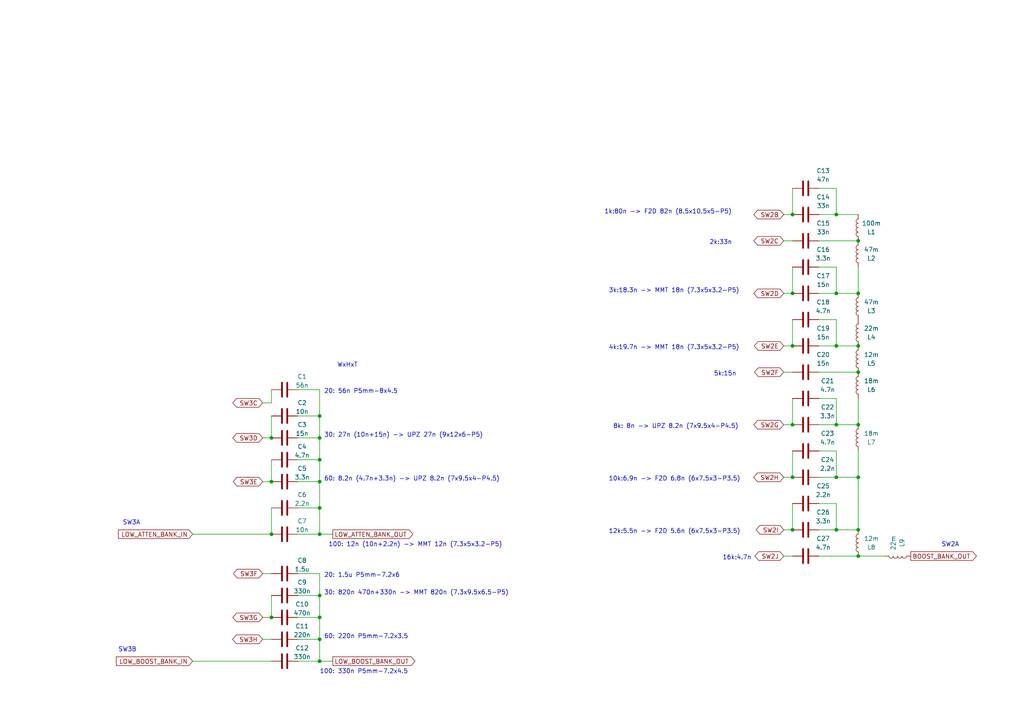
<source format=kicad_sch>
(kicad_sch (version 20211123) (generator eeschema)

  (uuid 64baba08-7b9f-467d-8166-c838fa327d38)

  (paper "A4")

  (title_block
    (title "PEQ")
    (date "2024-11-02")
    (rev "v1.1")
    (company "MST/mesotokyo")
    (comment 1 "https://meso.tokyo/")
  )

  (lib_symbols
    (symbol "Device:C" (pin_numbers hide) (pin_names (offset 0.254)) (in_bom yes) (on_board yes)
      (property "Reference" "C" (id 0) (at 0.635 2.54 0)
        (effects (font (size 1.27 1.27)) (justify left))
      )
      (property "Value" "C" (id 1) (at 0.635 -2.54 0)
        (effects (font (size 1.27 1.27)) (justify left))
      )
      (property "Footprint" "" (id 2) (at 0.9652 -3.81 0)
        (effects (font (size 1.27 1.27)) hide)
      )
      (property "Datasheet" "~" (id 3) (at 0 0 0)
        (effects (font (size 1.27 1.27)) hide)
      )
      (property "ki_keywords" "cap capacitor" (id 4) (at 0 0 0)
        (effects (font (size 1.27 1.27)) hide)
      )
      (property "ki_description" "Unpolarized capacitor" (id 5) (at 0 0 0)
        (effects (font (size 1.27 1.27)) hide)
      )
      (property "ki_fp_filters" "C_*" (id 6) (at 0 0 0)
        (effects (font (size 1.27 1.27)) hide)
      )
      (symbol "C_0_1"
        (polyline
          (pts
            (xy -2.032 -0.762)
            (xy 2.032 -0.762)
          )
          (stroke (width 0.508) (type default) (color 0 0 0 0))
          (fill (type none))
        )
        (polyline
          (pts
            (xy -2.032 0.762)
            (xy 2.032 0.762)
          )
          (stroke (width 0.508) (type default) (color 0 0 0 0))
          (fill (type none))
        )
      )
      (symbol "C_1_1"
        (pin passive line (at 0 3.81 270) (length 2.794)
          (name "~" (effects (font (size 1.27 1.27))))
          (number "1" (effects (font (size 1.27 1.27))))
        )
        (pin passive line (at 0 -3.81 90) (length 2.794)
          (name "~" (effects (font (size 1.27 1.27))))
          (number "2" (effects (font (size 1.27 1.27))))
        )
      )
    )
    (symbol "Device:L" (pin_numbers hide) (pin_names (offset 1.016) hide) (in_bom yes) (on_board yes)
      (property "Reference" "L" (id 0) (at -1.27 0 90)
        (effects (font (size 1.27 1.27)))
      )
      (property "Value" "L" (id 1) (at 1.905 0 90)
        (effects (font (size 1.27 1.27)))
      )
      (property "Footprint" "" (id 2) (at 0 0 0)
        (effects (font (size 1.27 1.27)) hide)
      )
      (property "Datasheet" "~" (id 3) (at 0 0 0)
        (effects (font (size 1.27 1.27)) hide)
      )
      (property "ki_keywords" "inductor choke coil reactor magnetic" (id 4) (at 0 0 0)
        (effects (font (size 1.27 1.27)) hide)
      )
      (property "ki_description" "Inductor" (id 5) (at 0 0 0)
        (effects (font (size 1.27 1.27)) hide)
      )
      (property "ki_fp_filters" "Choke_* *Coil* Inductor_* L_*" (id 6) (at 0 0 0)
        (effects (font (size 1.27 1.27)) hide)
      )
      (symbol "L_0_1"
        (arc (start 0 -2.54) (mid 0.635 -1.905) (end 0 -1.27)
          (stroke (width 0) (type default) (color 0 0 0 0))
          (fill (type none))
        )
        (arc (start 0 -1.27) (mid 0.635 -0.635) (end 0 0)
          (stroke (width 0) (type default) (color 0 0 0 0))
          (fill (type none))
        )
        (arc (start 0 0) (mid 0.635 0.635) (end 0 1.27)
          (stroke (width 0) (type default) (color 0 0 0 0))
          (fill (type none))
        )
        (arc (start 0 1.27) (mid 0.635 1.905) (end 0 2.54)
          (stroke (width 0) (type default) (color 0 0 0 0))
          (fill (type none))
        )
      )
      (symbol "L_1_1"
        (pin passive line (at 0 3.81 270) (length 1.27)
          (name "1" (effects (font (size 1.27 1.27))))
          (number "1" (effects (font (size 1.27 1.27))))
        )
        (pin passive line (at 0 -3.81 90) (length 1.27)
          (name "2" (effects (font (size 1.27 1.27))))
          (number "2" (effects (font (size 1.27 1.27))))
        )
      )
    )
  )

  (junction (at 92.71 185.42) (diameter 0) (color 0 0 0 0)
    (uuid 097f98fd-f392-4010-895c-ac304edbbaa2)
  )
  (junction (at 242.57 62.23) (diameter 0) (color 0 0 0 0)
    (uuid 0cfca0ec-aef0-44fa-b338-baca379ffe0f)
  )
  (junction (at 242.57 123.19) (diameter 0) (color 0 0 0 0)
    (uuid 100082e9-504a-47a9-a445-155b729dfd46)
  )
  (junction (at 248.92 85.09) (diameter 0) (color 0 0 0 0)
    (uuid 17ca7ac7-b7b1-4ec6-ab4a-c462510f92a9)
  )
  (junction (at 248.92 123.19) (diameter 0) (color 0 0 0 0)
    (uuid 1fe19387-437f-46e5-97cf-901f81049dc0)
  )
  (junction (at 242.57 85.09) (diameter 0) (color 0 0 0 0)
    (uuid 273a1ff9-33a1-48d6-a4f6-621e2598cf1d)
  )
  (junction (at 92.71 133.35) (diameter 0) (color 0 0 0 0)
    (uuid 2ba38379-59a8-4acd-9133-eaaa9d334c00)
  )
  (junction (at 248.92 100.33) (diameter 0) (color 0 0 0 0)
    (uuid 2bddf49e-1605-48f3-8c3e-3f2d3dffef2b)
  )
  (junction (at 248.92 153.67) (diameter 0) (color 0 0 0 0)
    (uuid 3576b22d-403d-4e96-b73c-4e700de04320)
  )
  (junction (at 229.87 153.67) (diameter 0) (color 0 0 0 0)
    (uuid 373cfac1-9fa3-464b-853c-bb98d35e2a60)
  )
  (junction (at 229.87 138.43) (diameter 0) (color 0 0 0 0)
    (uuid 3a76617c-f2e5-4933-8146-70fd3a707c04)
  )
  (junction (at 92.71 139.7) (diameter 0) (color 0 0 0 0)
    (uuid 3dc92f6c-3128-4428-9f7b-0d65aba80e6f)
  )
  (junction (at 92.71 127) (diameter 0) (color 0 0 0 0)
    (uuid 453e5d23-1129-4380-8a1c-d0e0858cb76c)
  )
  (junction (at 242.57 153.67) (diameter 0) (color 0 0 0 0)
    (uuid 519ae90a-433c-4fa9-b16f-53c3b9786906)
  )
  (junction (at 248.92 138.43) (diameter 0) (color 0 0 0 0)
    (uuid 556cfb0a-1856-498e-9701-2500baebbcd2)
  )
  (junction (at 248.92 69.85) (diameter 0) (color 0 0 0 0)
    (uuid 5588f8d7-74d7-4ad7-8800-41a49c0bd6ad)
  )
  (junction (at 242.57 138.43) (diameter 0) (color 0 0 0 0)
    (uuid 59819a48-c54c-41a2-a4d5-02bab7e2114f)
  )
  (junction (at 229.87 62.23) (diameter 0) (color 0 0 0 0)
    (uuid 5f940d98-06be-4f70-946b-ef1b6d12d50c)
  )
  (junction (at 242.57 100.33) (diameter 0) (color 0 0 0 0)
    (uuid 6adc4202-6d06-496a-a3b0-6ba84828d571)
  )
  (junction (at 92.71 172.72) (diameter 0) (color 0 0 0 0)
    (uuid 71b2ea4c-6ea7-4ffd-8c83-46cf683086de)
  )
  (junction (at 248.92 107.95) (diameter 0) (color 0 0 0 0)
    (uuid 75db8832-b75c-4ea5-a341-8dad92d4b36e)
  )
  (junction (at 92.71 191.77) (diameter 0) (color 0 0 0 0)
    (uuid 79418c18-ee78-4277-ad14-91d338a18edd)
  )
  (junction (at 229.87 85.09) (diameter 0) (color 0 0 0 0)
    (uuid 7cac6c43-3362-4dfa-8956-089a6814d00c)
  )
  (junction (at 229.87 123.19) (diameter 0) (color 0 0 0 0)
    (uuid 828c196a-b0b1-4075-bc4d-30e21e4a474f)
  )
  (junction (at 78.74 179.07) (diameter 0) (color 0 0 0 0)
    (uuid 92fd03c9-5f07-463a-bda1-03effb7f8d0b)
  )
  (junction (at 78.74 139.7) (diameter 0) (color 0 0 0 0)
    (uuid 93d4349a-7515-4228-88f7-21ba36e4031f)
  )
  (junction (at 92.71 154.94) (diameter 0) (color 0 0 0 0)
    (uuid a6ed8e4b-0f6e-468a-bed3-ac079a78c264)
  )
  (junction (at 92.71 120.65) (diameter 0) (color 0 0 0 0)
    (uuid ae43a6a2-5ca8-41dd-ad76-1a3d99503a82)
  )
  (junction (at 78.74 127) (diameter 0) (color 0 0 0 0)
    (uuid b37efaac-e914-4607-84d1-89b718b8877e)
  )
  (junction (at 78.74 154.94) (diameter 0) (color 0 0 0 0)
    (uuid c2752fea-2d17-4ad6-b5ba-2b72b5104c12)
  )
  (junction (at 248.92 161.29) (diameter 0) (color 0 0 0 0)
    (uuid cc023f63-b7a7-4d83-9ef5-69c8054df856)
  )
  (junction (at 92.71 147.32) (diameter 0) (color 0 0 0 0)
    (uuid cd08a9c3-bb5d-47d7-a22a-175d28d5045d)
  )
  (junction (at 229.87 100.33) (diameter 0) (color 0 0 0 0)
    (uuid d52b0ffe-4df9-41f5-8aa7-bf8b45d58dbe)
  )
  (junction (at 92.71 179.07) (diameter 0) (color 0 0 0 0)
    (uuid fef86a3e-28ea-43cb-8b26-5fc52387c540)
  )

  (wire (pts (xy 92.71 113.03) (xy 92.71 120.65))
    (stroke (width 0) (type default) (color 0 0 0 0))
    (uuid 01fbb590-033a-4f17-9881-e505b3228a0d)
  )
  (wire (pts (xy 92.71 191.77) (xy 96.52 191.77))
    (stroke (width 0) (type default) (color 0 0 0 0))
    (uuid 03f95c93-aacd-48ee-b41c-014a18e811b3)
  )
  (wire (pts (xy 237.49 138.43) (xy 242.57 138.43))
    (stroke (width 0) (type default) (color 0 0 0 0))
    (uuid 04dc170c-a4f7-4571-bb34-0c73bb1cd10d)
  )
  (wire (pts (xy 76.2 185.42) (xy 78.74 185.42))
    (stroke (width 0) (type default) (color 0 0 0 0))
    (uuid 076773ce-87ab-4d4d-b0b6-7aed968f291c)
  )
  (wire (pts (xy 78.74 133.35) (xy 78.74 139.7))
    (stroke (width 0) (type default) (color 0 0 0 0))
    (uuid 08d55220-4b48-4052-8a8d-d340e9a0f511)
  )
  (wire (pts (xy 237.49 85.09) (xy 242.57 85.09))
    (stroke (width 0) (type default) (color 0 0 0 0))
    (uuid 0ba3df6d-fb8c-488b-b403-29a1b0dbfd3d)
  )
  (wire (pts (xy 237.49 54.61) (xy 242.57 54.61))
    (stroke (width 0) (type default) (color 0 0 0 0))
    (uuid 101de520-722b-4e71-b8bc-01593964c7b1)
  )
  (wire (pts (xy 248.92 77.47) (xy 248.92 85.09))
    (stroke (width 0) (type default) (color 0 0 0 0))
    (uuid 1161b206-50a0-4c1f-9b29-6b76855bf8ec)
  )
  (wire (pts (xy 55.88 191.77) (xy 78.74 191.77))
    (stroke (width 0) (type default) (color 0 0 0 0))
    (uuid 141f7f64-d2ce-49d1-9b08-3171e96e0fbc)
  )
  (wire (pts (xy 86.36 191.77) (xy 92.71 191.77))
    (stroke (width 0) (type default) (color 0 0 0 0))
    (uuid 1553eecd-7570-484e-905a-581777350840)
  )
  (wire (pts (xy 227.33 153.67) (xy 229.87 153.67))
    (stroke (width 0) (type default) (color 0 0 0 0))
    (uuid 17e977ef-eea1-4d39-a1ce-194e7997004f)
  )
  (wire (pts (xy 242.57 92.71) (xy 242.57 100.33))
    (stroke (width 0) (type default) (color 0 0 0 0))
    (uuid 1cae16c8-4f62-4236-9b34-03be11a33767)
  )
  (wire (pts (xy 242.57 54.61) (xy 242.57 62.23))
    (stroke (width 0) (type default) (color 0 0 0 0))
    (uuid 1cef4870-f6f2-4824-9fc7-2bf90778cf20)
  )
  (wire (pts (xy 229.87 130.81) (xy 229.87 138.43))
    (stroke (width 0) (type default) (color 0 0 0 0))
    (uuid 1fa41081-211a-48df-a398-64c59d4ad5fc)
  )
  (wire (pts (xy 76.2 139.7) (xy 78.74 139.7))
    (stroke (width 0) (type default) (color 0 0 0 0))
    (uuid 22953101-a253-446a-a1cd-0370624dffd9)
  )
  (wire (pts (xy 86.36 147.32) (xy 92.71 147.32))
    (stroke (width 0) (type default) (color 0 0 0 0))
    (uuid 23965c99-89da-4334-95c8-c8626ea57ae7)
  )
  (wire (pts (xy 86.36 154.94) (xy 92.71 154.94))
    (stroke (width 0) (type default) (color 0 0 0 0))
    (uuid 262ba427-50c3-4b93-a274-a901bb422025)
  )
  (wire (pts (xy 92.71 154.94) (xy 96.52 154.94))
    (stroke (width 0) (type default) (color 0 0 0 0))
    (uuid 287c94a4-b6eb-4eb2-a344-b8e20989b8fd)
  )
  (wire (pts (xy 76.2 179.07) (xy 78.74 179.07))
    (stroke (width 0) (type default) (color 0 0 0 0))
    (uuid 2bc42cd2-1b97-49d4-9f4a-d92d9cf01170)
  )
  (wire (pts (xy 237.49 69.85) (xy 248.92 69.85))
    (stroke (width 0) (type default) (color 0 0 0 0))
    (uuid 3257ae1d-e8ad-45d1-ab33-4d60b902d4a5)
  )
  (wire (pts (xy 242.57 100.33) (xy 248.92 100.33))
    (stroke (width 0) (type default) (color 0 0 0 0))
    (uuid 36b17669-b77d-4e62-b6a2-ee82a3134542)
  )
  (wire (pts (xy 227.33 161.29) (xy 229.87 161.29))
    (stroke (width 0) (type default) (color 0 0 0 0))
    (uuid 3c970422-bbb2-49b6-a387-3e8acb4900c1)
  )
  (wire (pts (xy 76.2 127) (xy 78.74 127))
    (stroke (width 0) (type default) (color 0 0 0 0))
    (uuid 3d94876d-ef51-423e-a77f-f6b172c2e0d7)
  )
  (wire (pts (xy 78.74 113.03) (xy 78.74 116.84))
    (stroke (width 0) (type default) (color 0 0 0 0))
    (uuid 3d980cfb-bef8-4149-945a-466657a16d3c)
  )
  (wire (pts (xy 248.92 161.29) (xy 256.54 161.29))
    (stroke (width 0) (type default) (color 0 0 0 0))
    (uuid 3db4aa98-da39-427f-ab7b-130ba93e2bb5)
  )
  (wire (pts (xy 237.49 130.81) (xy 242.57 130.81))
    (stroke (width 0) (type default) (color 0 0 0 0))
    (uuid 3e7e1e21-9144-42ed-8988-c9b30d78653b)
  )
  (wire (pts (xy 86.36 172.72) (xy 92.71 172.72))
    (stroke (width 0) (type default) (color 0 0 0 0))
    (uuid 3fe514ee-8abf-4724-aad7-1006e3cb0a9a)
  )
  (wire (pts (xy 229.87 54.61) (xy 229.87 62.23))
    (stroke (width 0) (type default) (color 0 0 0 0))
    (uuid 4735b981-0c9f-4f1a-9658-db2bd4e77583)
  )
  (wire (pts (xy 242.57 123.19) (xy 248.92 123.19))
    (stroke (width 0) (type default) (color 0 0 0 0))
    (uuid 4ea442e6-d36c-4cce-9b6a-2b2c15ee5953)
  )
  (wire (pts (xy 242.57 130.81) (xy 242.57 138.43))
    (stroke (width 0) (type default) (color 0 0 0 0))
    (uuid 4efc30fe-e981-40a9-b803-04de72297aa3)
  )
  (wire (pts (xy 242.57 138.43) (xy 248.92 138.43))
    (stroke (width 0) (type default) (color 0 0 0 0))
    (uuid 54415ba2-361d-4403-ae5b-dd1df227141c)
  )
  (wire (pts (xy 229.87 146.05) (xy 229.87 153.67))
    (stroke (width 0) (type default) (color 0 0 0 0))
    (uuid 5666cf74-0dab-4fb2-aa89-8ee63bbce3f5)
  )
  (wire (pts (xy 86.36 113.03) (xy 92.71 113.03))
    (stroke (width 0) (type default) (color 0 0 0 0))
    (uuid 5bbd067b-61a3-48ca-89ed-727fe9e77e53)
  )
  (wire (pts (xy 92.71 127) (xy 92.71 133.35))
    (stroke (width 0) (type default) (color 0 0 0 0))
    (uuid 64cb3c7b-66b2-4e73-b158-ccb1bd61efb8)
  )
  (wire (pts (xy 237.49 146.05) (xy 242.57 146.05))
    (stroke (width 0) (type default) (color 0 0 0 0))
    (uuid 6782d592-ff21-4c7d-9810-df920245db44)
  )
  (wire (pts (xy 227.33 85.09) (xy 229.87 85.09))
    (stroke (width 0) (type default) (color 0 0 0 0))
    (uuid 6c2beda2-c62f-4b6a-9cde-db53882b9b7b)
  )
  (wire (pts (xy 242.57 77.47) (xy 242.57 85.09))
    (stroke (width 0) (type default) (color 0 0 0 0))
    (uuid 6c3175d5-98fa-4303-99d6-7e2f073a0cea)
  )
  (wire (pts (xy 237.49 123.19) (xy 242.57 123.19))
    (stroke (width 0) (type default) (color 0 0 0 0))
    (uuid 72c26649-9535-4c98-bb92-c6854907ed7c)
  )
  (wire (pts (xy 86.36 133.35) (xy 92.71 133.35))
    (stroke (width 0) (type default) (color 0 0 0 0))
    (uuid 7cd9d7af-7ace-4a4b-8c41-f61dea8f552e)
  )
  (wire (pts (xy 229.87 92.71) (xy 229.87 100.33))
    (stroke (width 0) (type default) (color 0 0 0 0))
    (uuid 7db00b90-dbb2-410f-b0fc-9b5938bc9db4)
  )
  (wire (pts (xy 248.92 130.81) (xy 248.92 138.43))
    (stroke (width 0) (type default) (color 0 0 0 0))
    (uuid 7eec6bbb-a18e-4ac0-909f-353da40bf015)
  )
  (wire (pts (xy 229.87 77.47) (xy 229.87 85.09))
    (stroke (width 0) (type default) (color 0 0 0 0))
    (uuid 893204bb-f59a-4c93-be04-bd6e8c8c257f)
  )
  (wire (pts (xy 237.49 153.67) (xy 242.57 153.67))
    (stroke (width 0) (type default) (color 0 0 0 0))
    (uuid 8cd8bc51-eb50-4e07-be0d-95605f4c2588)
  )
  (wire (pts (xy 227.33 62.23) (xy 229.87 62.23))
    (stroke (width 0) (type default) (color 0 0 0 0))
    (uuid 902a5609-6050-4f0c-aaa9-6a5d1010704e)
  )
  (wire (pts (xy 76.2 116.84) (xy 78.74 116.84))
    (stroke (width 0) (type default) (color 0 0 0 0))
    (uuid 91f18e7b-b540-4579-9f63-50c08df1be16)
  )
  (wire (pts (xy 86.36 179.07) (xy 92.71 179.07))
    (stroke (width 0) (type default) (color 0 0 0 0))
    (uuid 959b9c8c-2d4d-4f6b-8b02-fe3b7742a185)
  )
  (wire (pts (xy 227.33 100.33) (xy 229.87 100.33))
    (stroke (width 0) (type default) (color 0 0 0 0))
    (uuid 9b6c27b4-88de-4eeb-9dae-664ab83265ca)
  )
  (wire (pts (xy 237.49 77.47) (xy 242.57 77.47))
    (stroke (width 0) (type default) (color 0 0 0 0))
    (uuid 9bbcec7b-1587-4c2a-9f8e-5771cfbec8e9)
  )
  (wire (pts (xy 237.49 115.57) (xy 242.57 115.57))
    (stroke (width 0) (type default) (color 0 0 0 0))
    (uuid 9d4d71f5-1ece-4efc-b47c-2f62c5d48725)
  )
  (wire (pts (xy 242.57 153.67) (xy 248.92 153.67))
    (stroke (width 0) (type default) (color 0 0 0 0))
    (uuid a0bdcbfe-db43-4dda-85a1-04d0efe507fd)
  )
  (wire (pts (xy 78.74 172.72) (xy 78.74 179.07))
    (stroke (width 0) (type default) (color 0 0 0 0))
    (uuid a2cb2096-5e31-43d3-bc68-beb14bccd297)
  )
  (wire (pts (xy 242.57 85.09) (xy 248.92 85.09))
    (stroke (width 0) (type default) (color 0 0 0 0))
    (uuid a6a2e5b2-1732-46ef-a3c5-72ab62ed479a)
  )
  (wire (pts (xy 86.36 120.65) (xy 92.71 120.65))
    (stroke (width 0) (type default) (color 0 0 0 0))
    (uuid ac4fce89-8ccb-4b6c-905f-0b3fd37f9892)
  )
  (wire (pts (xy 92.71 166.37) (xy 92.71 172.72))
    (stroke (width 0) (type default) (color 0 0 0 0))
    (uuid af3e33b5-29c1-444b-94a9-da088d05450b)
  )
  (wire (pts (xy 78.74 147.32) (xy 78.74 154.94))
    (stroke (width 0) (type default) (color 0 0 0 0))
    (uuid b24370b8-c487-4447-a22b-a535ae901a0d)
  )
  (wire (pts (xy 86.36 185.42) (xy 92.71 185.42))
    (stroke (width 0) (type default) (color 0 0 0 0))
    (uuid b698efcd-d310-44b7-a03c-9754996c414d)
  )
  (wire (pts (xy 92.71 179.07) (xy 92.71 185.42))
    (stroke (width 0) (type default) (color 0 0 0 0))
    (uuid b8faf214-0b2b-446b-89b1-218505262410)
  )
  (wire (pts (xy 92.71 139.7) (xy 92.71 147.32))
    (stroke (width 0) (type default) (color 0 0 0 0))
    (uuid bcb06b21-db9c-4066-a269-aca0ddb80d94)
  )
  (wire (pts (xy 227.33 123.19) (xy 229.87 123.19))
    (stroke (width 0) (type default) (color 0 0 0 0))
    (uuid bddaa571-aeaf-4f47-8d18-4721fdb875c5)
  )
  (wire (pts (xy 227.33 138.43) (xy 229.87 138.43))
    (stroke (width 0) (type default) (color 0 0 0 0))
    (uuid be83a708-905b-4d6f-98de-d13377cb56e2)
  )
  (wire (pts (xy 237.49 100.33) (xy 242.57 100.33))
    (stroke (width 0) (type default) (color 0 0 0 0))
    (uuid c0444171-2cfa-4764-9c77-2f5e1aa80f0f)
  )
  (wire (pts (xy 92.71 120.65) (xy 92.71 127))
    (stroke (width 0) (type default) (color 0 0 0 0))
    (uuid c171f4a9-1da7-4eac-a839-85e54d3afc0a)
  )
  (wire (pts (xy 248.92 115.57) (xy 248.92 123.19))
    (stroke (width 0) (type default) (color 0 0 0 0))
    (uuid c2fde2ec-610c-4104-9907-f33904641d88)
  )
  (wire (pts (xy 76.2 166.37) (xy 78.74 166.37))
    (stroke (width 0) (type default) (color 0 0 0 0))
    (uuid c8357971-d99f-40a0-9819-b2c50dd3dbd8)
  )
  (wire (pts (xy 242.57 115.57) (xy 242.57 123.19))
    (stroke (width 0) (type default) (color 0 0 0 0))
    (uuid d42e3c8d-4aa4-4f5d-ad67-a04ee0acb318)
  )
  (wire (pts (xy 92.71 172.72) (xy 92.71 179.07))
    (stroke (width 0) (type default) (color 0 0 0 0))
    (uuid d47fa031-8db5-462a-9a8c-53aa10fe1d24)
  )
  (wire (pts (xy 242.57 146.05) (xy 242.57 153.67))
    (stroke (width 0) (type default) (color 0 0 0 0))
    (uuid d86b0901-9f83-4e3a-91d8-0df067cc1c6d)
  )
  (wire (pts (xy 237.49 62.23) (xy 242.57 62.23))
    (stroke (width 0) (type default) (color 0 0 0 0))
    (uuid ddce7047-877a-47e0-beae-0f1788d04668)
  )
  (wire (pts (xy 78.74 120.65) (xy 78.74 127))
    (stroke (width 0) (type default) (color 0 0 0 0))
    (uuid dfc8eccd-6add-4710-a9a3-ec2bf56b1ffa)
  )
  (wire (pts (xy 86.36 166.37) (xy 92.71 166.37))
    (stroke (width 0) (type default) (color 0 0 0 0))
    (uuid e05411b6-48de-4a6c-bf5e-bdebc34660f5)
  )
  (wire (pts (xy 227.33 69.85) (xy 229.87 69.85))
    (stroke (width 0) (type default) (color 0 0 0 0))
    (uuid e43697a5-e930-46a8-81da-1b11900c9841)
  )
  (wire (pts (xy 242.57 62.23) (xy 248.92 62.23))
    (stroke (width 0) (type default) (color 0 0 0 0))
    (uuid e7fb5e7d-b2f5-43bc-ad34-150fa73ea931)
  )
  (wire (pts (xy 55.88 154.94) (xy 78.74 154.94))
    (stroke (width 0) (type default) (color 0 0 0 0))
    (uuid eb9dc41d-fb59-431c-834a-081845f00253)
  )
  (wire (pts (xy 237.49 92.71) (xy 242.57 92.71))
    (stroke (width 0) (type default) (color 0 0 0 0))
    (uuid ecacf750-8208-4751-ba50-4c40d8d92a23)
  )
  (wire (pts (xy 237.49 161.29) (xy 248.92 161.29))
    (stroke (width 0) (type default) (color 0 0 0 0))
    (uuid ef9f5ae7-b7dd-4f62-8922-00d727a15519)
  )
  (wire (pts (xy 237.49 107.95) (xy 248.92 107.95))
    (stroke (width 0) (type default) (color 0 0 0 0))
    (uuid f339f5c0-d545-44a5-b30b-1d7e7fed68e3)
  )
  (wire (pts (xy 92.71 133.35) (xy 92.71 139.7))
    (stroke (width 0) (type default) (color 0 0 0 0))
    (uuid f4191b67-bcaa-4936-9502-d4bf78c94754)
  )
  (wire (pts (xy 86.36 139.7) (xy 92.71 139.7))
    (stroke (width 0) (type default) (color 0 0 0 0))
    (uuid f5b38b82-ce2c-472b-afc8-6e5a47518a6f)
  )
  (wire (pts (xy 92.71 185.42) (xy 92.71 191.77))
    (stroke (width 0) (type default) (color 0 0 0 0))
    (uuid f8a9ef1a-daa4-44fb-a18f-57bbe0e02c11)
  )
  (wire (pts (xy 86.36 127) (xy 92.71 127))
    (stroke (width 0) (type default) (color 0 0 0 0))
    (uuid f9b480ce-1009-4a7a-a163-1aba239f8e3b)
  )
  (wire (pts (xy 229.87 115.57) (xy 229.87 123.19))
    (stroke (width 0) (type default) (color 0 0 0 0))
    (uuid fb421d6e-26c2-408c-9ac6-aec83f462bda)
  )
  (wire (pts (xy 92.71 147.32) (xy 92.71 154.94))
    (stroke (width 0) (type default) (color 0 0 0 0))
    (uuid fb89848b-04e3-4514-a5f1-ed2ddcf0339c)
  )
  (wire (pts (xy 227.33 107.95) (xy 229.87 107.95))
    (stroke (width 0) (type default) (color 0 0 0 0))
    (uuid fd1edb2e-d160-45b6-a728-dc481235afd1)
  )
  (wire (pts (xy 248.92 138.43) (xy 248.92 153.67))
    (stroke (width 0) (type default) (color 0 0 0 0))
    (uuid fec8821e-42c8-44f9-904b-d4d5d791deca)
  )

  (text "30: 820n 470n+330n -> MMT 820n (7.3x9.5x6.5-P5)" (at 93.98 172.72 0)
    (effects (font (size 1.27 1.27)) (justify left bottom))
    (uuid 10d30826-6ee1-4154-b73d-cf66b213d1cd)
  )
  (text "SW2A" (at 273.05 158.75 0)
    (effects (font (size 1.27 1.27)) (justify left bottom))
    (uuid 15fc0981-095a-4239-97e7-699c9fd30b04)
  )
  (text "SW3A" (at 35.56 152.4 0)
    (effects (font (size 1.27 1.27)) (justify left bottom))
    (uuid 1c8a6b1f-b585-41a4-9c21-f2cd3b447552)
  )
  (text "60: 220n P5mm-7.2x3.5" (at 93.98 185.42 0)
    (effects (font (size 1.27 1.27)) (justify left bottom))
    (uuid 2a3156c2-18b7-44cf-b3cd-074263e42e9c)
  )
  (text "SW3B" (at 34.29 189.23 0)
    (effects (font (size 1.27 1.27)) (justify left bottom))
    (uuid 2c2e1eb8-f3e3-45ad-9439-3416b4670370)
  )
  (text "5k:15n" (at 207.01 109.22 0)
    (effects (font (size 1.27 1.27)) (justify left bottom))
    (uuid 3af30ca9-66ae-4598-96eb-34a0fe215ee0)
  )
  (text "100: 12n (10n+2.2n) -> MMT 12n (7.3x5x3.2-P5)" (at 95.25 158.75 0)
    (effects (font (size 1.27 1.27)) (justify left bottom))
    (uuid 48c84807-7e49-41d0-af1b-48f834812dc6)
  )
  (text "10k:6.9n -> F2D 6.8n (6x7.5x3-P3.5)" (at 176.53 139.7 0)
    (effects (font (size 1.27 1.27)) (justify left bottom))
    (uuid 4ca54728-dec6-4bdf-a302-2e185874be0a)
  )
  (text "100: 330n P5mm-7.2x4.5" (at 92.71 195.58 0)
    (effects (font (size 1.27 1.27)) (justify left bottom))
    (uuid 515084f1-6d6f-4dd3-a905-74c32c5316f9)
  )
  (text "4k:19.7n -> MMT 18n (7.3x5x3.2-P5)" (at 176.53 101.6 0)
    (effects (font (size 1.27 1.27)) (justify left bottom))
    (uuid 6be042b0-9f3d-4a83-8cf4-cd0f2fef0af0)
  )
  (text "WxHxT" (at 97.79 106.68 0)
    (effects (font (size 1.27 1.27)) (justify left bottom))
    (uuid 84ac3d6b-43ed-4f82-88af-643be23d2e84)
  )
  (text "60: 8.2n (4.7n+3.3n) -> UPZ 8.2n (7x9.5x4-P4.5)" (at 93.98 139.7 0)
    (effects (font (size 1.27 1.27)) (justify left bottom))
    (uuid 887e15ef-058a-4494-96a8-7d58768ad8d5)
  )
  (text "2k:33n" (at 205.74 71.12 0)
    (effects (font (size 1.27 1.27)) (justify left bottom))
    (uuid 8b58c599-8418-42f3-9823-2c488d20798c)
  )
  (text "20: 1.5u P5mm-7.2x6" (at 93.98 167.64 0)
    (effects (font (size 1.27 1.27)) (justify left bottom))
    (uuid a10dd8a9-2e97-4794-91cb-c0664dac1ff4)
  )
  (text "8k: 8n -> UPZ 8.2n (7x9.5x4-P4.5)" (at 177.8 124.46 0)
    (effects (font (size 1.27 1.27)) (justify left bottom))
    (uuid b70b664e-e29a-44d2-b912-c12f628d891f)
  )
  (text "1k:80n -> F2D 82n (8.5x10.5x5-P5)" (at 175.26 62.23 0)
    (effects (font (size 1.27 1.27)) (justify left bottom))
    (uuid be6d26e7-69b6-4a25-9db6-ef3f4ec03b2a)
  )
  (text "20: 56n P5mm-8x4.5" (at 93.98 114.3 0)
    (effects (font (size 1.27 1.27)) (justify left bottom))
    (uuid c9c13e32-0910-4f7b-acee-a86ab49322bb)
  )
  (text "30: 27n (10n+15n) -> UPZ 27n (9x12x6-P5)" (at 93.98 127 0)
    (effects (font (size 1.27 1.27)) (justify left bottom))
    (uuid d3bcc829-a863-457e-b877-9b40e63383eb)
  )
  (text "16k:4.7n" (at 209.55 162.56 0)
    (effects (font (size 1.27 1.27)) (justify left bottom))
    (uuid e40e0283-d42b-42a2-8ac8-760d9c759bca)
  )
  (text "3k:18.3n -> MMT 18n (7.3x5x3.2-P5)" (at 176.53 85.09 0)
    (effects (font (size 1.27 1.27)) (justify left bottom))
    (uuid ebfb1c9a-5466-40e0-8134-b30ff0c0d1fb)
  )
  (text "12k:5.5n -> F2D 5.6n (6x7.5x3-P3.5)" (at 176.53 154.94 0)
    (effects (font (size 1.27 1.27)) (justify left bottom))
    (uuid f0761c84-e3e6-4fd5-bb8c-d64e86e00849)
  )

  (global_label "SW3D" (shape bidirectional) (at 76.2 127 180) (fields_autoplaced)
    (effects (font (size 1.27 1.27)) (justify right))
    (uuid 115a0053-6852-46f9-ac84-f67581a3d143)
    (property "Intersheet References" "${INTERSHEET_REFS}" (id 0) (at 68.6464 126.9206 0)
      (effects (font (size 1.27 1.27)) (justify right) hide)
    )
  )
  (global_label "LOW_BOOST_BANK_IN" (shape input) (at 55.88 191.77 180) (fields_autoplaced)
    (effects (font (size 1.27 1.27)) (justify right))
    (uuid 1c471e70-3e80-45bd-9d06-180d5ac22efe)
    (property "Intersheet References" "${INTERSHEET_REFS}" (id 0) (at 33.7517 191.8494 0)
      (effects (font (size 1.27 1.27)) (justify right) hide)
    )
  )
  (global_label "SW3F" (shape bidirectional) (at 76.2 166.37 180) (fields_autoplaced)
    (effects (font (size 1.27 1.27)) (justify right))
    (uuid 204ed40e-1fda-4a3b-bfc3-3c506b8ba36a)
    (property "Intersheet References" "${INTERSHEET_REFS}" (id 0) (at 68.8279 166.2906 0)
      (effects (font (size 1.27 1.27)) (justify right) hide)
    )
  )
  (global_label "SW2F" (shape bidirectional) (at 227.33 107.95 180) (fields_autoplaced)
    (effects (font (size 1.27 1.27)) (justify right))
    (uuid 35c12a73-7398-4cc2-b061-1350c4631f98)
    (property "Intersheet References" "${INTERSHEET_REFS}" (id 0) (at 219.9579 107.8706 0)
      (effects (font (size 1.27 1.27)) (justify right) hide)
    )
  )
  (global_label "SW2B" (shape bidirectional) (at 227.33 62.23 180) (fields_autoplaced)
    (effects (font (size 1.27 1.27)) (justify right))
    (uuid 437fccd7-65ad-4e15-8050-17f7963f4734)
    (property "Intersheet References" "${INTERSHEET_REFS}" (id 0) (at 219.7764 62.1506 0)
      (effects (font (size 1.27 1.27)) (justify right) hide)
    )
  )
  (global_label "SW2J" (shape bidirectional) (at 227.33 161.29 180) (fields_autoplaced)
    (effects (font (size 1.27 1.27)) (justify right))
    (uuid 5c4a1d10-7b4b-4880-b015-29dc2d3447f9)
    (property "Intersheet References" "${INTERSHEET_REFS}" (id 0) (at 220.0788 161.2106 0)
      (effects (font (size 1.27 1.27)) (justify right) hide)
    )
  )
  (global_label "SW3H" (shape bidirectional) (at 76.2 185.42 180) (fields_autoplaced)
    (effects (font (size 1.27 1.27)) (justify right))
    (uuid 7d572aee-918a-40ab-8938-840c448e64d2)
    (property "Intersheet References" "${INTERSHEET_REFS}" (id 0) (at 68.5859 185.3406 0)
      (effects (font (size 1.27 1.27)) (justify right) hide)
    )
  )
  (global_label "SW2H" (shape bidirectional) (at 227.33 138.43 180) (fields_autoplaced)
    (effects (font (size 1.27 1.27)) (justify right))
    (uuid 8b868ef3-2dbe-412d-9a9a-1c699ce0d506)
    (property "Intersheet References" "${INTERSHEET_REFS}" (id 0) (at 219.7159 138.3506 0)
      (effects (font (size 1.27 1.27)) (justify right) hide)
    )
  )
  (global_label "BOOST_BANK_OUT" (shape output) (at 264.16 161.29 0) (fields_autoplaced)
    (effects (font (size 1.27 1.27)) (justify left))
    (uuid 9dde9c2e-83f5-45d1-9c5d-e1690315b74c)
    (property "Intersheet References" "${INTERSHEET_REFS}" (id 0) (at 283.2041 161.3694 0)
      (effects (font (size 1.27 1.27)) (justify left) hide)
    )
  )
  (global_label "SW2I" (shape bidirectional) (at 227.33 153.67 180) (fields_autoplaced)
    (effects (font (size 1.27 1.27)) (justify right))
    (uuid 9f208115-3eaa-4a10-a3a3-9023ca5e90d9)
    (property "Intersheet References" "${INTERSHEET_REFS}" (id 0) (at 220.4417 153.5906 0)
      (effects (font (size 1.27 1.27)) (justify right) hide)
    )
  )
  (global_label "LOW_ATTEN_BANK_OUT" (shape output) (at 96.52 154.94 0) (fields_autoplaced)
    (effects (font (size 1.27 1.27)) (justify left))
    (uuid a47df079-0da1-496b-9612-393542965eef)
    (property "Intersheet References" "${INTERSHEET_REFS}" (id 0) (at 119.7369 155.0194 0)
      (effects (font (size 1.27 1.27)) (justify left) hide)
    )
  )
  (global_label "SW3E" (shape bidirectional) (at 76.2 139.7 180) (fields_autoplaced)
    (effects (font (size 1.27 1.27)) (justify right))
    (uuid b5c72719-ee33-47d0-bffe-2a3ca7baf6f6)
    (property "Intersheet References" "${INTERSHEET_REFS}" (id 0) (at 68.7674 139.6206 0)
      (effects (font (size 1.27 1.27)) (justify right) hide)
    )
  )
  (global_label "SW2E" (shape bidirectional) (at 227.33 100.33 180) (fields_autoplaced)
    (effects (font (size 1.27 1.27)) (justify right))
    (uuid c041a66e-e378-4d0b-ab7a-19834db2b106)
    (property "Intersheet References" "${INTERSHEET_REFS}" (id 0) (at 219.8974 100.2506 0)
      (effects (font (size 1.27 1.27)) (justify right) hide)
    )
  )
  (global_label "SW3C" (shape bidirectional) (at 76.2 116.84 180) (fields_autoplaced)
    (effects (font (size 1.27 1.27)) (justify right))
    (uuid c6463c02-5dd6-4de1-8e7d-895efd1dad8e)
    (property "Intersheet References" "${INTERSHEET_REFS}" (id 0) (at 68.6464 116.7606 0)
      (effects (font (size 1.27 1.27)) (justify right) hide)
    )
  )
  (global_label "SW2C" (shape bidirectional) (at 227.33 69.85 180) (fields_autoplaced)
    (effects (font (size 1.27 1.27)) (justify right))
    (uuid cab94372-7148-4fac-a04e-431dc805f0c7)
    (property "Intersheet References" "${INTERSHEET_REFS}" (id 0) (at 219.7764 69.7706 0)
      (effects (font (size 1.27 1.27)) (justify right) hide)
    )
  )
  (global_label "SW2D" (shape bidirectional) (at 227.33 85.09 180) (fields_autoplaced)
    (effects (font (size 1.27 1.27)) (justify right))
    (uuid e4fda8dc-9b2b-4245-a44f-69536295608f)
    (property "Intersheet References" "${INTERSHEET_REFS}" (id 0) (at 219.7764 85.0106 0)
      (effects (font (size 1.27 1.27)) (justify right) hide)
    )
  )
  (global_label "SW3G" (shape bidirectional) (at 76.2 179.07 180) (fields_autoplaced)
    (effects (font (size 1.27 1.27)) (justify right))
    (uuid e77fe2e4-01c4-400a-acf3-151df7107a67)
    (property "Intersheet References" "${INTERSHEET_REFS}" (id 0) (at 68.6464 178.9906 0)
      (effects (font (size 1.27 1.27)) (justify right) hide)
    )
  )
  (global_label "LOW_BOOST_BANK_OUT" (shape output) (at 96.52 191.77 0) (fields_autoplaced)
    (effects (font (size 1.27 1.27)) (justify left))
    (uuid ec878471-0a00-4625-8632-19163371d9ce)
    (property "Intersheet References" "${INTERSHEET_REFS}" (id 0) (at 120.3417 191.6906 0)
      (effects (font (size 1.27 1.27)) (justify left) hide)
    )
  )
  (global_label "LOW_ATTEN_BANK_IN" (shape input) (at 55.88 154.94 180) (fields_autoplaced)
    (effects (font (size 1.27 1.27)) (justify right))
    (uuid f23fdd29-117e-4ea5-958a-702bad3f3b37)
    (property "Intersheet References" "${INTERSHEET_REFS}" (id 0) (at 34.3564 155.0194 0)
      (effects (font (size 1.27 1.27)) (justify right) hide)
    )
  )
  (global_label "SW2G" (shape bidirectional) (at 227.33 123.19 180) (fields_autoplaced)
    (effects (font (size 1.27 1.27)) (justify right))
    (uuid f2d2d814-98a8-4585-97a3-646d9a5ec6d6)
    (property "Intersheet References" "${INTERSHEET_REFS}" (id 0) (at 219.7764 123.1106 0)
      (effects (font (size 1.27 1.27)) (justify right) hide)
    )
  )

  (symbol (lib_id "Device:C") (at 233.68 100.33 90) (unit 1)
    (in_bom yes) (on_board yes)
    (uuid 06b20fbe-e1d1-4dd1-be8d-81e209252634)
    (property "Reference" "C19" (id 0) (at 238.76 95.25 90))
    (property "Value" "15n" (id 1) (at 238.76 97.79 90))
    (property "Footprint" "Capacitor_THT:C_Rect_L7.2mm_W2.5mm_P5.00mm_FKS2_FKP2_MKS2_MKP2" (id 2) (at 237.49 99.3648 0)
      (effects (font (size 1.27 1.27)) hide)
    )
    (property "Datasheet" "~" (id 3) (at 233.68 100.33 0)
      (effects (font (size 1.27 1.27)) hide)
    )
    (pin "1" (uuid 254a82ac-6f5e-422f-988d-e03affcd40cd))
    (pin "2" (uuid 19ab6e92-2bcc-4249-9028-453474a09a01))
  )

  (symbol (lib_id "Device:L") (at 248.92 66.04 180) (unit 1)
    (in_bom yes) (on_board yes)
    (uuid 0721a2f2-1092-4acc-9885-0144b9380436)
    (property "Reference" "L1" (id 0) (at 252.73 67.31 0))
    (property "Value" "100m" (id 1) (at 252.73 64.77 0))
    (property "Footprint" "Inductor_THT:L_Radial_D10.5mm_P5.00mm_Abacron_AISR-01" (id 2) (at 248.92 66.04 0)
      (effects (font (size 1.27 1.27)) hide)
    )
    (property "Datasheet" "~" (id 3) (at 248.92 66.04 0)
      (effects (font (size 1.27 1.27)) hide)
    )
    (pin "1" (uuid 572c3461-0b15-49fe-839f-11ea639be84d))
    (pin "2" (uuid 10090209-12ce-46e5-ada4-fe067d49a701))
  )

  (symbol (lib_id "Device:C") (at 82.55 172.72 90) (unit 1)
    (in_bom yes) (on_board yes)
    (uuid 12f3def7-a846-4e39-ad74-84a5814ba601)
    (property "Reference" "C9" (id 0) (at 87.63 168.91 90))
    (property "Value" "330n" (id 1) (at 87.63 171.45 90))
    (property "Footprint" "Capacitor_THT:C_Rect_L7.2mm_W4.5mm_P5.00mm_FKS2_FKP2_MKS2_MKP2" (id 2) (at 86.36 171.7548 0)
      (effects (font (size 1.27 1.27)) hide)
    )
    (property "Datasheet" "~" (id 3) (at 82.55 172.72 0)
      (effects (font (size 1.27 1.27)) hide)
    )
    (pin "1" (uuid 2d8b49f0-23eb-4b8c-8f05-6e8b3dea3edf))
    (pin "2" (uuid 109411d4-2125-4589-8a6f-608c50ca1cac))
  )

  (symbol (lib_id "Device:L") (at 248.92 88.9 180) (unit 1)
    (in_bom yes) (on_board yes)
    (uuid 195dd0a1-7562-4760-bac1-b10f474e6242)
    (property "Reference" "L3" (id 0) (at 252.73 90.17 0))
    (property "Value" "47m" (id 1) (at 252.73 87.63 0))
    (property "Footprint" "Inductor_THT:L_Axial_L7.0mm_D3.3mm_P10.16mm_Horizontal_Fastron_MICC" (id 2) (at 248.92 88.9 0)
      (effects (font (size 1.27 1.27)) hide)
    )
    (property "Datasheet" "~" (id 3) (at 248.92 88.9 0)
      (effects (font (size 1.27 1.27)) hide)
    )
    (pin "1" (uuid 3797a08c-953d-4f08-82d6-c1822d9a1085))
    (pin "2" (uuid c65fe4e3-cd9a-4681-b133-dcc8839f21f0))
  )

  (symbol (lib_id "Device:C") (at 233.68 54.61 90) (unit 1)
    (in_bom yes) (on_board yes)
    (uuid 26b1301e-ae6f-4809-8d0d-09f6bab2f3da)
    (property "Reference" "C13" (id 0) (at 238.76 49.53 90))
    (property "Value" "47n" (id 1) (at 238.76 52.07 90))
    (property "Footprint" "Capacitor_THT:C_Rect_L7.2mm_W2.5mm_P5.00mm_FKS2_FKP2_MKS2_MKP2" (id 2) (at 237.49 53.6448 0)
      (effects (font (size 1.27 1.27)) hide)
    )
    (property "Datasheet" "~" (id 3) (at 233.68 54.61 0)
      (effects (font (size 1.27 1.27)) hide)
    )
    (pin "1" (uuid cea32812-ce67-4347-8f10-e58ce601bd27))
    (pin "2" (uuid 991f84a4-51ff-4ad5-a1d6-4f3b015a825d))
  )

  (symbol (lib_id "Device:C") (at 233.68 92.71 90) (unit 1)
    (in_bom yes) (on_board yes)
    (uuid 2b4f0203-2814-432f-9765-a242e386ca85)
    (property "Reference" "C18" (id 0) (at 238.76 87.63 90))
    (property "Value" "4.7n" (id 1) (at 238.76 90.17 90))
    (property "Footprint" "Capacitor_THT:C_Rect_L7.2mm_W2.5mm_P5.00mm_FKS2_FKP2_MKS2_MKP2" (id 2) (at 237.49 91.7448 0)
      (effects (font (size 1.27 1.27)) hide)
    )
    (property "Datasheet" "~" (id 3) (at 233.68 92.71 0)
      (effects (font (size 1.27 1.27)) hide)
    )
    (pin "1" (uuid 658e3e03-5639-466b-b3c9-4f30c4178058))
    (pin "2" (uuid 47115924-85a6-45c8-a4d0-302744f2c9c5))
  )

  (symbol (lib_id "Device:C") (at 233.68 77.47 90) (unit 1)
    (in_bom yes) (on_board yes)
    (uuid 32ab0dc9-53c4-4f8f-9bdf-f9d37301c022)
    (property "Reference" "C16" (id 0) (at 238.76 72.39 90))
    (property "Value" "3.3n" (id 1) (at 238.76 74.93 90))
    (property "Footprint" "Capacitor_THT:C_Rect_L7.2mm_W2.5mm_P5.00mm_FKS2_FKP2_MKS2_MKP2" (id 2) (at 237.49 76.5048 0)
      (effects (font (size 1.27 1.27)) hide)
    )
    (property "Datasheet" "~" (id 3) (at 233.68 77.47 0)
      (effects (font (size 1.27 1.27)) hide)
    )
    (pin "1" (uuid 4b7e3942-39fc-4682-ac38-c2ed6d5a2354))
    (pin "2" (uuid e9f737c1-297c-48a3-977e-1ea881a4e5d9))
  )

  (symbol (lib_id "Device:C") (at 233.68 85.09 90) (unit 1)
    (in_bom yes) (on_board yes)
    (uuid 36622c8d-f0c5-429b-bd23-c277f25d1e80)
    (property "Reference" "C17" (id 0) (at 238.76 80.01 90))
    (property "Value" "15n" (id 1) (at 238.76 82.55 90))
    (property "Footprint" "Capacitor_THT:C_Rect_L7.2mm_W2.5mm_P5.00mm_FKS2_FKP2_MKS2_MKP2" (id 2) (at 237.49 84.1248 0)
      (effects (font (size 1.27 1.27)) hide)
    )
    (property "Datasheet" "~" (id 3) (at 233.68 85.09 0)
      (effects (font (size 1.27 1.27)) hide)
    )
    (pin "1" (uuid 244f07b3-bf6a-485b-9d96-aca44d17833c))
    (pin "2" (uuid 240d1a32-4f3e-47c6-b5db-66807019be7a))
  )

  (symbol (lib_id "Device:C") (at 233.68 161.29 90) (unit 1)
    (in_bom yes) (on_board yes)
    (uuid 3e60a399-ad46-4af1-ba33-1246d76aa234)
    (property "Reference" "C27" (id 0) (at 238.76 156.21 90))
    (property "Value" "4.7n" (id 1) (at 238.76 158.75 90))
    (property "Footprint" "Capacitor_THT:C_Rect_L7.2mm_W2.5mm_P5.00mm_FKS2_FKP2_MKS2_MKP2" (id 2) (at 237.49 160.3248 0)
      (effects (font (size 1.27 1.27)) hide)
    )
    (property "Datasheet" "~" (id 3) (at 233.68 161.29 0)
      (effects (font (size 1.27 1.27)) hide)
    )
    (pin "1" (uuid d2e2b665-65fb-4f56-a831-2472bb72e359))
    (pin "2" (uuid 5d306f1e-048f-4f17-b2b3-a22094eea6af))
  )

  (symbol (lib_id "Device:L") (at 248.92 96.52 180) (unit 1)
    (in_bom yes) (on_board yes)
    (uuid 51846218-f933-42b9-b309-3fc1a7f23ee2)
    (property "Reference" "L4" (id 0) (at 252.73 97.79 0))
    (property "Value" "22m" (id 1) (at 252.73 95.25 0))
    (property "Footprint" "Inductor_THT:L_Axial_L7.0mm_D3.3mm_P10.16mm_Horizontal_Fastron_MICC" (id 2) (at 248.92 96.52 0)
      (effects (font (size 1.27 1.27)) hide)
    )
    (property "Datasheet" "~" (id 3) (at 248.92 96.52 0)
      (effects (font (size 1.27 1.27)) hide)
    )
    (pin "1" (uuid 061852a8-fd55-4ade-acdb-1fbc5025f619))
    (pin "2" (uuid e184b7e8-653b-4336-82dd-2d4f36c403ff))
  )

  (symbol (lib_id "Device:C") (at 82.55 185.42 90) (unit 1)
    (in_bom yes) (on_board yes)
    (uuid 51db3bf9-cd89-4b43-b235-21d78f97e318)
    (property "Reference" "C11" (id 0) (at 87.63 181.61 90))
    (property "Value" "220n" (id 1) (at 87.63 184.15 90))
    (property "Footprint" "Capacitor_THT:C_Rect_L7.2mm_W3.5mm_P5.00mm_FKS2_FKP2_MKS2_MKP2" (id 2) (at 86.36 184.4548 0)
      (effects (font (size 1.27 1.27)) hide)
    )
    (property "Datasheet" "~" (id 3) (at 82.55 185.42 0)
      (effects (font (size 1.27 1.27)) hide)
    )
    (pin "1" (uuid 631b6d99-9bd7-427f-b1e1-9c73801fdd93))
    (pin "2" (uuid 66739d61-c53d-4e61-b06c-01e552c01480))
  )

  (symbol (lib_id "Device:C") (at 82.55 133.35 90) (unit 1)
    (in_bom yes) (on_board yes)
    (uuid 5422f226-cb59-4f84-90f8-e907ffb40245)
    (property "Reference" "C4" (id 0) (at 87.63 129.54 90))
    (property "Value" "4.7n" (id 1) (at 87.63 132.08 90))
    (property "Footprint" "Capacitor_THT:C_Rect_L7.2mm_W2.5mm_P5.00mm_FKS2_FKP2_MKS2_MKP2" (id 2) (at 86.36 132.3848 0)
      (effects (font (size 1.27 1.27)) hide)
    )
    (property "Datasheet" "~" (id 3) (at 82.55 133.35 0)
      (effects (font (size 1.27 1.27)) hide)
    )
    (pin "1" (uuid b5fcaa71-332c-4f15-a56d-c6c1752383c4))
    (pin "2" (uuid 1d2b8e5c-0429-4c76-a46c-e04bdfb5aefe))
  )

  (symbol (lib_id "Device:C") (at 233.68 115.57 90) (unit 1)
    (in_bom yes) (on_board yes)
    (uuid 5fbc8c44-2592-4c61-a6bb-226cd1134ca4)
    (property "Reference" "C21" (id 0) (at 240.03 110.49 90))
    (property "Value" "4.7n" (id 1) (at 240.03 113.03 90))
    (property "Footprint" "Capacitor_THT:C_Rect_L7.2mm_W2.5mm_P5.00mm_FKS2_FKP2_MKS2_MKP2" (id 2) (at 237.49 114.6048 0)
      (effects (font (size 1.27 1.27)) hide)
    )
    (property "Datasheet" "~" (id 3) (at 233.68 115.57 0)
      (effects (font (size 1.27 1.27)) hide)
    )
    (pin "1" (uuid 4048369f-b77b-4be3-870f-06d1c30a2943))
    (pin "2" (uuid 352c35c6-92d3-40b5-9a2e-208a5abb6901))
  )

  (symbol (lib_id "Device:C") (at 233.68 146.05 90) (unit 1)
    (in_bom yes) (on_board yes)
    (uuid 656d0e7d-592b-423e-be5e-5f3297a92f79)
    (property "Reference" "C25" (id 0) (at 238.76 140.97 90))
    (property "Value" "2.2n" (id 1) (at 238.76 143.51 90))
    (property "Footprint" "Capacitor_THT:C_Rect_L7.2mm_W2.5mm_P5.00mm_FKS2_FKP2_MKS2_MKP2" (id 2) (at 237.49 145.0848 0)
      (effects (font (size 1.27 1.27)) hide)
    )
    (property "Datasheet" "~" (id 3) (at 233.68 146.05 0)
      (effects (font (size 1.27 1.27)) hide)
    )
    (pin "1" (uuid 4b444f6f-3afd-4b77-8f9b-7a98e5fa610d))
    (pin "2" (uuid ba0bab62-b23b-4542-82e2-5acf928dc2a5))
  )

  (symbol (lib_id "Device:C") (at 82.55 139.7 90) (unit 1)
    (in_bom yes) (on_board yes)
    (uuid 6b7333be-d9ae-46b6-af5d-f955dc0c6fda)
    (property "Reference" "C5" (id 0) (at 87.63 135.89 90))
    (property "Value" "3.3n" (id 1) (at 87.63 138.43 90))
    (property "Footprint" "Capacitor_THT:C_Rect_L7.2mm_W2.5mm_P5.00mm_FKS2_FKP2_MKS2_MKP2" (id 2) (at 86.36 138.7348 0)
      (effects (font (size 1.27 1.27)) hide)
    )
    (property "Datasheet" "~" (id 3) (at 82.55 139.7 0)
      (effects (font (size 1.27 1.27)) hide)
    )
    (pin "1" (uuid dbf107fc-bd2c-47fb-a98f-4973f4ec1b67))
    (pin "2" (uuid 931b1eb6-560c-41c1-a417-addbf263a108))
  )

  (symbol (lib_id "Device:C") (at 233.68 130.81 90) (unit 1)
    (in_bom yes) (on_board yes)
    (uuid 6c975c33-1f60-48c8-a940-0a3fabce1bc4)
    (property "Reference" "C23" (id 0) (at 240.03 125.73 90))
    (property "Value" "4.7n" (id 1) (at 240.03 128.27 90))
    (property "Footprint" "Capacitor_THT:C_Rect_L7.2mm_W2.5mm_P5.00mm_FKS2_FKP2_MKS2_MKP2" (id 2) (at 237.49 129.8448 0)
      (effects (font (size 1.27 1.27)) hide)
    )
    (property "Datasheet" "~" (id 3) (at 233.68 130.81 0)
      (effects (font (size 1.27 1.27)) hide)
    )
    (pin "1" (uuid 2c730566-2a11-4ce4-a6d3-0ef1fd4043ab))
    (pin "2" (uuid 7190bcff-d5f3-472d-a9ff-ca1d55562508))
  )

  (symbol (lib_id "Device:L") (at 260.35 161.29 270) (unit 1)
    (in_bom yes) (on_board yes)
    (uuid 774dcd9d-f898-4eb7-8f7f-32b64c859e9e)
    (property "Reference" "L9" (id 0) (at 261.62 157.48 0))
    (property "Value" "22m" (id 1) (at 259.08 157.48 0))
    (property "Footprint" "Inductor_THT:L_Axial_L7.0mm_D3.3mm_P10.16mm_Horizontal_Fastron_MICC" (id 2) (at 260.35 161.29 0)
      (effects (font (size 1.27 1.27)) hide)
    )
    (property "Datasheet" "~" (id 3) (at 260.35 161.29 0)
      (effects (font (size 1.27 1.27)) hide)
    )
    (pin "1" (uuid 75932521-ff50-4470-a859-84874b5b8f9a))
    (pin "2" (uuid 382659fb-17bc-4196-b539-d5161d67f0bb))
  )

  (symbol (lib_id "Device:C") (at 233.68 69.85 90) (unit 1)
    (in_bom yes) (on_board yes)
    (uuid 93965256-f3dc-4281-bd6f-70c923cb8912)
    (property "Reference" "C15" (id 0) (at 238.76 64.77 90))
    (property "Value" "33n" (id 1) (at 238.76 67.31 90))
    (property "Footprint" "Capacitor_THT:C_Rect_L7.2mm_W2.5mm_P5.00mm_FKS2_FKP2_MKS2_MKP2" (id 2) (at 237.49 68.8848 0)
      (effects (font (size 1.27 1.27)) hide)
    )
    (property "Datasheet" "~" (id 3) (at 233.68 69.85 0)
      (effects (font (size 1.27 1.27)) hide)
    )
    (pin "1" (uuid 46c3e8c5-8399-46c4-8877-8e147291c349))
    (pin "2" (uuid 73bdf2f9-f98a-4f3b-b0bb-7bc320eeee69))
  )

  (symbol (lib_id "Device:C") (at 82.55 191.77 90) (unit 1)
    (in_bom yes) (on_board yes)
    (uuid 992df331-fb0e-4ab1-a003-2dc041bfcaee)
    (property "Reference" "C12" (id 0) (at 87.63 187.96 90))
    (property "Value" "330n" (id 1) (at 87.63 190.5 90))
    (property "Footprint" "Capacitor_THT:C_Rect_L7.2mm_W4.5mm_P5.00mm_FKS2_FKP2_MKS2_MKP2" (id 2) (at 86.36 190.8048 0)
      (effects (font (size 1.27 1.27)) hide)
    )
    (property "Datasheet" "~" (id 3) (at 82.55 191.77 0)
      (effects (font (size 1.27 1.27)) hide)
    )
    (pin "1" (uuid 74496ef5-bd96-4f86-a176-b06262006dd1))
    (pin "2" (uuid a07bc67a-c418-4c8b-b8c8-8bb543ca0115))
  )

  (symbol (lib_id "Device:C") (at 233.68 107.95 90) (unit 1)
    (in_bom yes) (on_board yes)
    (uuid 9951a3ad-d9e5-4f16-b832-be64915eb61c)
    (property "Reference" "C20" (id 0) (at 238.76 102.87 90))
    (property "Value" "15n" (id 1) (at 238.76 105.41 90))
    (property "Footprint" "Capacitor_THT:C_Rect_L7.2mm_W2.5mm_P5.00mm_FKS2_FKP2_MKS2_MKP2" (id 2) (at 237.49 106.9848 0)
      (effects (font (size 1.27 1.27)) hide)
    )
    (property "Datasheet" "~" (id 3) (at 233.68 107.95 0)
      (effects (font (size 1.27 1.27)) hide)
    )
    (pin "1" (uuid 364562d2-2a5c-4e31-9d51-890527a902c8))
    (pin "2" (uuid 9e83fa25-092c-4ae7-b584-0c29eec79846))
  )

  (symbol (lib_id "Device:C") (at 82.55 166.37 90) (unit 1)
    (in_bom yes) (on_board yes)
    (uuid b01158ac-6500-45da-974c-f25b8354f391)
    (property "Reference" "C8" (id 0) (at 87.63 162.56 90))
    (property "Value" "1.5u" (id 1) (at 87.63 165.1 90))
    (property "Footprint" "Capacitor_THT:C_Rect_L7.2mm_W7.2mm_P5.00mm_FKS2_FKP2_MKS2_MKP2" (id 2) (at 86.36 165.4048 0)
      (effects (font (size 1.27 1.27)) hide)
    )
    (property "Datasheet" "~" (id 3) (at 82.55 166.37 0)
      (effects (font (size 1.27 1.27)) hide)
    )
    (pin "1" (uuid f6d25b76-d24d-4954-8670-8c9fbfaa3fdd))
    (pin "2" (uuid 034ca18b-9041-4fd3-91a8-5c6675523300))
  )

  (symbol (lib_id "Device:C") (at 233.68 153.67 90) (unit 1)
    (in_bom yes) (on_board yes)
    (uuid b7f6326a-1b4d-4579-a1a9-36b743e8c181)
    (property "Reference" "C26" (id 0) (at 238.76 148.59 90))
    (property "Value" "3.3n" (id 1) (at 238.76 151.13 90))
    (property "Footprint" "Capacitor_THT:C_Rect_L7.2mm_W2.5mm_P5.00mm_FKS2_FKP2_MKS2_MKP2" (id 2) (at 237.49 152.7048 0)
      (effects (font (size 1.27 1.27)) hide)
    )
    (property "Datasheet" "~" (id 3) (at 233.68 153.67 0)
      (effects (font (size 1.27 1.27)) hide)
    )
    (pin "1" (uuid d99fce65-74e4-4f99-a4e1-31836abe3210))
    (pin "2" (uuid 39ffc8ed-c03d-4a51-8910-8011772bfbd3))
  )

  (symbol (lib_id "Device:L") (at 248.92 157.48 180) (unit 1)
    (in_bom yes) (on_board yes)
    (uuid b899f704-8eac-4ed4-bb48-c001000a32f1)
    (property "Reference" "L8" (id 0) (at 252.73 158.75 0))
    (property "Value" "12m" (id 1) (at 252.73 156.21 0))
    (property "Footprint" "Inductor_THT:L_Axial_L7.0mm_D3.3mm_P10.16mm_Horizontal_Fastron_MICC" (id 2) (at 248.92 157.48 0)
      (effects (font (size 1.27 1.27)) hide)
    )
    (property "Datasheet" "~" (id 3) (at 248.92 157.48 0)
      (effects (font (size 1.27 1.27)) hide)
    )
    (pin "1" (uuid 4576289d-45ce-40ec-bdc2-eac539ebcb77))
    (pin "2" (uuid 5d42aa32-f5d3-4759-bf71-232735c55572))
  )

  (symbol (lib_id "Device:C") (at 82.55 120.65 90) (unit 1)
    (in_bom yes) (on_board yes)
    (uuid bdfca024-244e-40e8-8383-a554c88bdc1a)
    (property "Reference" "C2" (id 0) (at 87.63 116.84 90))
    (property "Value" "10n" (id 1) (at 87.63 119.38 90))
    (property "Footprint" "Capacitor_THT:C_Rect_L7.2mm_W2.5mm_P5.00mm_FKS2_FKP2_MKS2_MKP2" (id 2) (at 86.36 119.6848 0)
      (effects (font (size 1.27 1.27)) hide)
    )
    (property "Datasheet" "~" (id 3) (at 82.55 120.65 0)
      (effects (font (size 1.27 1.27)) hide)
    )
    (pin "1" (uuid eb257507-755f-493b-96a0-65fd75ffe281))
    (pin "2" (uuid cf0ba301-5139-42ea-a781-d4565aa5e28d))
  )

  (symbol (lib_id "Device:C") (at 82.55 179.07 90) (unit 1)
    (in_bom yes) (on_board yes)
    (uuid be5ef517-0f0d-433e-9994-04650d6c7db1)
    (property "Reference" "C10" (id 0) (at 87.63 175.26 90))
    (property "Value" "470n" (id 1) (at 87.63 177.8 90))
    (property "Footprint" "Capacitor_THT:C_Rect_L7.2mm_W5.5mm_P5.00mm_FKS2_FKP2_MKS2_MKP2" (id 2) (at 86.36 178.1048 0)
      (effects (font (size 1.27 1.27)) hide)
    )
    (property "Datasheet" "~" (id 3) (at 82.55 179.07 0)
      (effects (font (size 1.27 1.27)) hide)
    )
    (pin "1" (uuid 417996ae-bcfc-4059-9fa8-12cfe5d71c44))
    (pin "2" (uuid 19b5b5ae-be1a-4563-8d44-09e125105b86))
  )

  (symbol (lib_id "Device:L") (at 248.92 104.14 180) (unit 1)
    (in_bom yes) (on_board yes)
    (uuid bf0f590c-e8be-4d96-90d4-0bb524014337)
    (property "Reference" "L5" (id 0) (at 252.73 105.41 0))
    (property "Value" "12m" (id 1) (at 252.73 102.87 0))
    (property "Footprint" "Inductor_THT:L_Axial_L7.0mm_D3.3mm_P10.16mm_Horizontal_Fastron_MICC" (id 2) (at 248.92 104.14 0)
      (effects (font (size 1.27 1.27)) hide)
    )
    (property "Datasheet" "~" (id 3) (at 248.92 104.14 0)
      (effects (font (size 1.27 1.27)) hide)
    )
    (pin "1" (uuid 6e0b7389-dca5-4da9-b7a4-9f2dd62378ea))
    (pin "2" (uuid 79a24d98-0112-4172-8018-64be71839dcf))
  )

  (symbol (lib_id "Device:L") (at 248.92 111.76 180) (unit 1)
    (in_bom yes) (on_board yes)
    (uuid c0f7430c-192d-44d9-a890-6b9d4a0a9ac9)
    (property "Reference" "L6" (id 0) (at 252.73 113.03 0))
    (property "Value" "18m" (id 1) (at 252.73 110.49 0))
    (property "Footprint" "Inductor_THT:L_Axial_L7.0mm_D3.3mm_P10.16mm_Horizontal_Fastron_MICC" (id 2) (at 248.92 111.76 0)
      (effects (font (size 1.27 1.27)) hide)
    )
    (property "Datasheet" "~" (id 3) (at 248.92 111.76 0)
      (effects (font (size 1.27 1.27)) hide)
    )
    (pin "1" (uuid 03ea35af-df42-4b7f-9c98-11a83b2ccaa9))
    (pin "2" (uuid 819b2606-0ad8-4164-a434-7db88191fcf3))
  )

  (symbol (lib_id "Device:C") (at 82.55 154.94 90) (unit 1)
    (in_bom yes) (on_board yes)
    (uuid d68a8be4-a88a-4dfb-97fb-42ee6469a5af)
    (property "Reference" "C7" (id 0) (at 87.63 151.13 90))
    (property "Value" "10n" (id 1) (at 87.63 153.67 90))
    (property "Footprint" "Capacitor_THT:C_Rect_L7.2mm_W2.5mm_P5.00mm_FKS2_FKP2_MKS2_MKP2" (id 2) (at 86.36 153.9748 0)
      (effects (font (size 1.27 1.27)) hide)
    )
    (property "Datasheet" "~" (id 3) (at 82.55 154.94 0)
      (effects (font (size 1.27 1.27)) hide)
    )
    (pin "1" (uuid fd2a00c2-aaec-4cb4-9054-7852d7379ff0))
    (pin "2" (uuid 57bba536-09e9-4376-9f63-f8db9ae35a4d))
  )

  (symbol (lib_id "Device:C") (at 233.68 138.43 90) (unit 1)
    (in_bom yes) (on_board yes)
    (uuid da3b499c-90d9-4007-ba58-d287e4291f62)
    (property "Reference" "C24" (id 0) (at 240.03 133.35 90))
    (property "Value" "2.2n" (id 1) (at 240.03 135.89 90))
    (property "Footprint" "Capacitor_THT:C_Rect_L7.2mm_W2.5mm_P5.00mm_FKS2_FKP2_MKS2_MKP2" (id 2) (at 237.49 137.4648 0)
      (effects (font (size 1.27 1.27)) hide)
    )
    (property "Datasheet" "~" (id 3) (at 233.68 138.43 0)
      (effects (font (size 1.27 1.27)) hide)
    )
    (pin "1" (uuid e5c74892-a6db-4aac-8729-2c180807dc7a))
    (pin "2" (uuid b1f0efee-b4f7-4e87-be90-892e47a76f01))
  )

  (symbol (lib_id "Device:C") (at 233.68 62.23 90) (unit 1)
    (in_bom yes) (on_board yes)
    (uuid dc686a8a-38d2-4c35-8903-680b03e24748)
    (property "Reference" "C14" (id 0) (at 238.76 57.15 90))
    (property "Value" "33n" (id 1) (at 238.76 59.69 90))
    (property "Footprint" "Capacitor_THT:C_Rect_L7.2mm_W2.5mm_P5.00mm_FKS2_FKP2_MKS2_MKP2" (id 2) (at 237.49 61.2648 0)
      (effects (font (size 1.27 1.27)) hide)
    )
    (property "Datasheet" "~" (id 3) (at 233.68 62.23 0)
      (effects (font (size 1.27 1.27)) hide)
    )
    (pin "1" (uuid b569645f-32fc-4ec6-bb0a-37e400259dae))
    (pin "2" (uuid d1f23162-0b53-47f9-8c0d-8910fcfcc84b))
  )

  (symbol (lib_id "Device:C") (at 233.68 123.19 90) (unit 1)
    (in_bom yes) (on_board yes)
    (uuid e0c9c717-fb0e-420f-a65d-a0df35600fee)
    (property "Reference" "C22" (id 0) (at 240.03 118.11 90))
    (property "Value" "3.3n" (id 1) (at 240.03 120.65 90))
    (property "Footprint" "Capacitor_THT:C_Rect_L7.2mm_W2.5mm_P5.00mm_FKS2_FKP2_MKS2_MKP2" (id 2) (at 237.49 122.2248 0)
      (effects (font (size 1.27 1.27)) hide)
    )
    (property "Datasheet" "~" (id 3) (at 233.68 123.19 0)
      (effects (font (size 1.27 1.27)) hide)
    )
    (pin "1" (uuid 514df17e-4286-4989-a7a3-877d1a1756a0))
    (pin "2" (uuid 91f3d35f-7fd1-4ac8-951b-939d64f76772))
  )

  (symbol (lib_id "Device:C") (at 82.55 147.32 90) (unit 1)
    (in_bom yes) (on_board yes)
    (uuid e5cb24cf-1137-430e-80c9-ff3cf9eade10)
    (property "Reference" "C6" (id 0) (at 87.63 143.51 90))
    (property "Value" "2.2n" (id 1) (at 87.63 146.05 90))
    (property "Footprint" "Capacitor_THT:C_Rect_L7.2mm_W2.5mm_P5.00mm_FKS2_FKP2_MKS2_MKP2" (id 2) (at 86.36 146.3548 0)
      (effects (font (size 1.27 1.27)) hide)
    )
    (property "Datasheet" "~" (id 3) (at 82.55 147.32 0)
      (effects (font (size 1.27 1.27)) hide)
    )
    (pin "1" (uuid d9e8a7c4-f2f6-4ce0-9a4d-17759006a003))
    (pin "2" (uuid 54c129e5-f8db-4be7-90fa-fd1cc61eae78))
  )

  (symbol (lib_id "Device:C") (at 82.55 113.03 90) (unit 1)
    (in_bom yes) (on_board yes)
    (uuid f585edc7-fb81-4473-a462-9d948cfe0732)
    (property "Reference" "C1" (id 0) (at 87.63 109.22 90))
    (property "Value" "56n" (id 1) (at 87.63 111.76 90))
    (property "Footprint" "Capacitor_THT:C_Rect_L7.2mm_W4.5mm_P5.00mm_FKS2_FKP2_MKS2_MKP2" (id 2) (at 86.36 112.0648 0)
      (effects (font (size 1.27 1.27)) hide)
    )
    (property "Datasheet" "~" (id 3) (at 82.55 113.03 0)
      (effects (font (size 1.27 1.27)) hide)
    )
    (pin "1" (uuid ab9e69f1-896c-4bee-bc33-4e1a27b3012f))
    (pin "2" (uuid 4cfe6782-86a3-44f6-be67-5b99e34ba3f3))
  )

  (symbol (lib_id "Device:C") (at 82.55 127 90) (unit 1)
    (in_bom yes) (on_board yes)
    (uuid f7ad7b2c-cf0a-49ae-9a74-fc7c1c7ea1f9)
    (property "Reference" "C3" (id 0) (at 87.63 123.19 90))
    (property "Value" "15n" (id 1) (at 87.63 125.73 90))
    (property "Footprint" "Capacitor_THT:C_Rect_L7.2mm_W2.5mm_P5.00mm_FKS2_FKP2_MKS2_MKP2" (id 2) (at 86.36 126.0348 0)
      (effects (font (size 1.27 1.27)) hide)
    )
    (property "Datasheet" "~" (id 3) (at 82.55 127 0)
      (effects (font (size 1.27 1.27)) hide)
    )
    (pin "1" (uuid a5011915-be8c-43d4-831b-5f00fac19d17))
    (pin "2" (uuid 102a7994-3371-483f-b69e-716d26f7c2ae))
  )

  (symbol (lib_id "Device:L") (at 248.92 127 180) (unit 1)
    (in_bom yes) (on_board yes)
    (uuid f7b3afdf-099f-4923-a105-30ec1160424d)
    (property "Reference" "L7" (id 0) (at 252.73 128.27 0))
    (property "Value" "18m" (id 1) (at 252.73 125.73 0))
    (property "Footprint" "Inductor_THT:L_Axial_L7.0mm_D3.3mm_P10.16mm_Horizontal_Fastron_MICC" (id 2) (at 248.92 127 0)
      (effects (font (size 1.27 1.27)) hide)
    )
    (property "Datasheet" "~" (id 3) (at 248.92 127 0)
      (effects (font (size 1.27 1.27)) hide)
    )
    (pin "1" (uuid 9cb73552-78f7-4a67-b045-2e7e87e8df2c))
    (pin "2" (uuid b1cd450a-6abf-4606-be9f-3d31795c064c))
  )

  (symbol (lib_id "Device:L") (at 248.92 73.66 180) (unit 1)
    (in_bom yes) (on_board yes)
    (uuid ff98ecfa-7740-480a-b4b7-96fb7a5a8645)
    (property "Reference" "L2" (id 0) (at 252.73 74.93 0))
    (property "Value" "47m" (id 1) (at 252.73 72.39 0))
    (property "Footprint" "Inductor_THT:L_Axial_L7.0mm_D3.3mm_P10.16mm_Horizontal_Fastron_MICC" (id 2) (at 248.92 73.66 0)
      (effects (font (size 1.27 1.27)) hide)
    )
    (property "Datasheet" "~" (id 3) (at 248.92 73.66 0)
      (effects (font (size 1.27 1.27)) hide)
    )
    (pin "1" (uuid f8000601-c224-438c-bd15-e33bfe5bd199))
    (pin "2" (uuid faecfea4-4230-419d-b03f-a93e9da23c05))
  )
)

</source>
